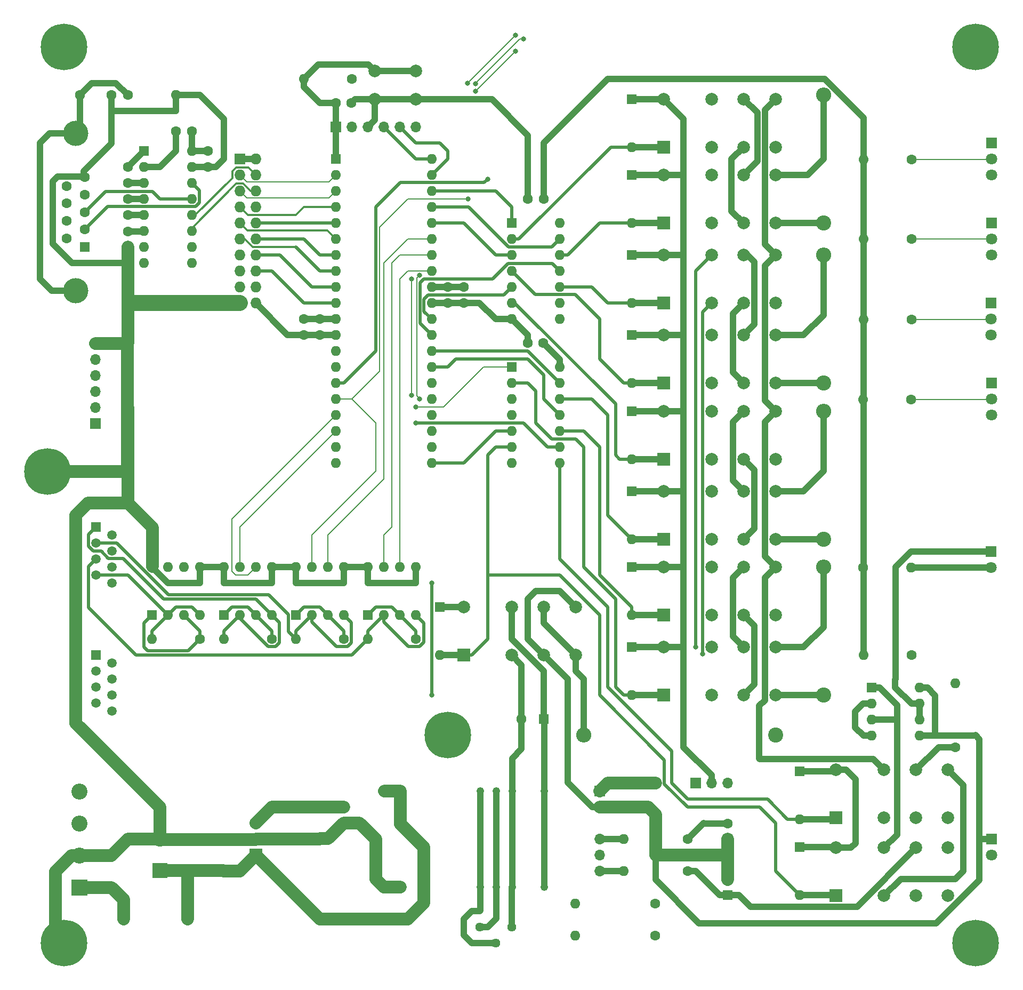
<source format=gbr>
G04 #@! TF.GenerationSoftware,KiCad,Pcbnew,(6.0.6)*
G04 #@! TF.CreationDate,2022-08-07T11:28:29-07:00*
G04 #@! TF.ProjectId,1d_coinctrl_r2,31645f63-6f69-46e6-9374-726c5f72322e,3*
G04 #@! TF.SameCoordinates,Original*
G04 #@! TF.FileFunction,Copper,L2,Bot*
G04 #@! TF.FilePolarity,Positive*
%FSLAX46Y46*%
G04 Gerber Fmt 4.6, Leading zero omitted, Abs format (unit mm)*
G04 Created by KiCad (PCBNEW (6.0.6)) date 2022-08-07 11:28:29*
%MOMM*%
%LPD*%
G01*
G04 APERTURE LIST*
G04 #@! TA.AperFunction,ComponentPad*
%ADD10C,1.600000*%
G04 #@! TD*
G04 #@! TA.AperFunction,ComponentPad*
%ADD11R,1.600000X1.600000*%
G04 #@! TD*
G04 #@! TA.AperFunction,ComponentPad*
%ADD12O,1.600000X1.600000*%
G04 #@! TD*
G04 #@! TA.AperFunction,ComponentPad*
%ADD13R,1.800000X1.800000*%
G04 #@! TD*
G04 #@! TA.AperFunction,ComponentPad*
%ADD14C,1.800000*%
G04 #@! TD*
G04 #@! TA.AperFunction,ComponentPad*
%ADD15R,1.500000X1.500000*%
G04 #@! TD*
G04 #@! TA.AperFunction,ComponentPad*
%ADD16C,1.500000*%
G04 #@! TD*
G04 #@! TA.AperFunction,ComponentPad*
%ADD17R,1.700000X1.700000*%
G04 #@! TD*
G04 #@! TA.AperFunction,ComponentPad*
%ADD18O,1.700000X1.700000*%
G04 #@! TD*
G04 #@! TA.AperFunction,ComponentPad*
%ADD19R,1.727200X1.727200*%
G04 #@! TD*
G04 #@! TA.AperFunction,ComponentPad*
%ADD20O,1.727200X1.727200*%
G04 #@! TD*
G04 #@! TA.AperFunction,ComponentPad*
%ADD21R,2.000000X2.000000*%
G04 #@! TD*
G04 #@! TA.AperFunction,ComponentPad*
%ADD22C,2.000000*%
G04 #@! TD*
G04 #@! TA.AperFunction,ComponentPad*
%ADD23C,1.220000*%
G04 #@! TD*
G04 #@! TA.AperFunction,ComponentPad*
%ADD24C,2.400000*%
G04 #@! TD*
G04 #@! TA.AperFunction,ComponentPad*
%ADD25O,2.400000X2.400000*%
G04 #@! TD*
G04 #@! TA.AperFunction,ComponentPad*
%ADD26C,1.440000*%
G04 #@! TD*
G04 #@! TA.AperFunction,ComponentPad*
%ADD27R,2.400000X2.400000*%
G04 #@! TD*
G04 #@! TA.AperFunction,ComponentPad*
%ADD28C,4.000000*%
G04 #@! TD*
G04 #@! TA.AperFunction,ComponentPad*
%ADD29C,7.400000*%
G04 #@! TD*
G04 #@! TA.AperFunction,ComponentPad*
%ADD30R,2.550000X2.550000*%
G04 #@! TD*
G04 #@! TA.AperFunction,ComponentPad*
%ADD31C,2.550000*%
G04 #@! TD*
G04 #@! TA.AperFunction,ViaPad*
%ADD32C,0.800000*%
G04 #@! TD*
G04 #@! TA.AperFunction,Conductor*
%ADD33C,2.000000*%
G04 #@! TD*
G04 #@! TA.AperFunction,Conductor*
%ADD34C,1.000000*%
G04 #@! TD*
G04 #@! TA.AperFunction,Conductor*
%ADD35C,2.500000*%
G04 #@! TD*
G04 #@! TA.AperFunction,Conductor*
%ADD36C,0.500000*%
G04 #@! TD*
G04 #@! TA.AperFunction,Conductor*
%ADD37C,0.200000*%
G04 #@! TD*
G04 #@! TA.AperFunction,Conductor*
%ADD38C,0.300000*%
G04 #@! TD*
G04 APERTURE END LIST*
D10*
X157514988Y-138395012D03*
X157514988Y-143395012D03*
D11*
X139734988Y-128235012D03*
D10*
X136234988Y-128235012D03*
X88934988Y-152365012D03*
X88934988Y-147365012D03*
X104174988Y-142205012D03*
X104174988Y-147205012D03*
X124494988Y-59655012D03*
X124494988Y-62155012D03*
X104174988Y-64735012D03*
X104174988Y-67235012D03*
X106714988Y-30445012D03*
X109214988Y-30445012D03*
X107984988Y-142205012D03*
X107984988Y-144705012D03*
X139734988Y-45685012D03*
X137234988Y-45685012D03*
D11*
X123224988Y-110455012D03*
D12*
X123224988Y-118075012D03*
D11*
X180374988Y-148555012D03*
D12*
X180374988Y-156175012D03*
D11*
X153704988Y-116805012D03*
D12*
X153704988Y-124425012D03*
D11*
X153704988Y-67275012D03*
D12*
X153704988Y-74895012D03*
D11*
X153704988Y-104105012D03*
D12*
X153704988Y-111725012D03*
D11*
X153704988Y-54575012D03*
D12*
X153704988Y-62195012D03*
D11*
X153704988Y-92040012D03*
D12*
X153704988Y-99660012D03*
D11*
X153704988Y-41875012D03*
D12*
X153704988Y-49495012D03*
D11*
X153704988Y-79340012D03*
D12*
X153704988Y-86960012D03*
D11*
X153704988Y-29810012D03*
D12*
X153704988Y-37430012D03*
D13*
X210854988Y-147285012D03*
D14*
X210854988Y-149825012D03*
D15*
X68614988Y-97755012D03*
D16*
X71154988Y-99025012D03*
X68614988Y-100295012D03*
X71154988Y-101565012D03*
X68614988Y-102835012D03*
X71154988Y-104105012D03*
X68614988Y-105375012D03*
X71154988Y-106645012D03*
D17*
X163864988Y-138395012D03*
D18*
X166404988Y-138395012D03*
X168944988Y-138395012D03*
D15*
X68614988Y-118075012D03*
D16*
X71154988Y-119345012D03*
X68614988Y-120615012D03*
X71154988Y-121885012D03*
X68614988Y-123155012D03*
X71154988Y-124425012D03*
X68614988Y-125695012D03*
X71154988Y-126965012D03*
D19*
X91474988Y-39335012D03*
D20*
X94014988Y-39335012D03*
X91474988Y-41875012D03*
X94014988Y-41875012D03*
X91474988Y-44415012D03*
X94014988Y-44415012D03*
X91474988Y-46955012D03*
X94014988Y-46955012D03*
X91474988Y-49495012D03*
X94014988Y-49495012D03*
X91474988Y-52035012D03*
X94014988Y-52035012D03*
X91474988Y-54575012D03*
X94014988Y-54575012D03*
X91474988Y-57115012D03*
X94014988Y-57115012D03*
X91474988Y-59655012D03*
X94014988Y-59655012D03*
X91474988Y-62195012D03*
X94014988Y-62195012D03*
D21*
X186189989Y-156290013D03*
D22*
X193809989Y-156290013D03*
X198889989Y-156290013D03*
X203969989Y-156290013D03*
X203969989Y-148670013D03*
X198889989Y-148670013D03*
X193809989Y-148670013D03*
X186189989Y-148670013D03*
D21*
X186189989Y-143910013D03*
D22*
X193809989Y-143910013D03*
X198889989Y-143910013D03*
X203969989Y-143910013D03*
X203969989Y-136290013D03*
X198889989Y-136290013D03*
X193809989Y-136290013D03*
X186189989Y-136290013D03*
D21*
X158784988Y-111725012D03*
D22*
X166404988Y-111725012D03*
X171484988Y-111725012D03*
X176564988Y-111725012D03*
X176564988Y-104105012D03*
X171484988Y-104105012D03*
X166404988Y-104105012D03*
X158784988Y-104105012D03*
D21*
X158784988Y-99660012D03*
D22*
X166404988Y-99660012D03*
X171484988Y-99660012D03*
X176564988Y-99660012D03*
X176564988Y-92040012D03*
X171484988Y-92040012D03*
X166404988Y-92040012D03*
X158784988Y-92040012D03*
D21*
X158784988Y-86960012D03*
D22*
X166404988Y-86960012D03*
X171484988Y-86960012D03*
X176564988Y-86960012D03*
X176564988Y-79340012D03*
X171484988Y-79340012D03*
X166404988Y-79340012D03*
X158784988Y-79340012D03*
D21*
X158784988Y-74895012D03*
D22*
X166404988Y-74895012D03*
X171484988Y-74895012D03*
X176564988Y-74895012D03*
X176564988Y-67275012D03*
X171484988Y-67275012D03*
X166404988Y-67275012D03*
X158784988Y-67275012D03*
D21*
X158784988Y-49495012D03*
D22*
X166404988Y-49495012D03*
X171484988Y-49495012D03*
X176564988Y-49495012D03*
X176564988Y-41875012D03*
X171484988Y-41875012D03*
X166404988Y-41875012D03*
X158784988Y-41875012D03*
D21*
X158784988Y-37430012D03*
D22*
X166404988Y-37430012D03*
X171484988Y-37430012D03*
X176564988Y-37430012D03*
X176564988Y-29810012D03*
X171484988Y-29810012D03*
X166404988Y-29810012D03*
X158784988Y-29810012D03*
D21*
X127034988Y-118075012D03*
D22*
X134654988Y-118075012D03*
X139734988Y-118075012D03*
X144814988Y-118075012D03*
X144814988Y-110455012D03*
X139734988Y-110455012D03*
X134654988Y-110455012D03*
X127034988Y-110455012D03*
D23*
X114464988Y-154905012D03*
X117004988Y-154905012D03*
X129704988Y-154905012D03*
X132244988Y-154905012D03*
X134784988Y-154905012D03*
X139864988Y-154905012D03*
X139864988Y-139665012D03*
X134784988Y-139665012D03*
X132244988Y-139665012D03*
X129704988Y-139665012D03*
X117004988Y-139665012D03*
X114464988Y-139665012D03*
D24*
X176564988Y-130775012D03*
D25*
X146084988Y-130775012D03*
D10*
X109254988Y-26635012D03*
D12*
X101634988Y-26635012D03*
D24*
X184184988Y-124425012D03*
D25*
X184184988Y-104105012D03*
D24*
X184184988Y-74895012D03*
D25*
X184184988Y-54575012D03*
D24*
X184184988Y-99660012D03*
D25*
X184184988Y-79340012D03*
D24*
X184184988Y-49495012D03*
D25*
X184184988Y-29175012D03*
D26*
X134654988Y-161255012D03*
X132114988Y-163795012D03*
X129574988Y-161255012D03*
D10*
X198154988Y-118075012D03*
D12*
X190534988Y-118075012D03*
D22*
X119414988Y-25365012D03*
X112914988Y-25365012D03*
X112914988Y-29865012D03*
X119414988Y-29865012D03*
D17*
X148624988Y-139665012D03*
D18*
X148624988Y-142205012D03*
X148624988Y-147285012D03*
X148624988Y-149825012D03*
X148624988Y-152365012D03*
D21*
X94014988Y-149825012D03*
D22*
X94014988Y-147285012D03*
X94014988Y-144745012D03*
D11*
X106714988Y-39335012D03*
D12*
X106714988Y-41875012D03*
X106714988Y-44415012D03*
X106714988Y-46955012D03*
X106714988Y-49495012D03*
X106714988Y-52035012D03*
X106714988Y-54575012D03*
X106714988Y-57115012D03*
X106714988Y-59655012D03*
X106714988Y-62195012D03*
X106714988Y-64735012D03*
X106714988Y-67275012D03*
X106714988Y-69815012D03*
X106714988Y-72355012D03*
X106714988Y-74895012D03*
X106714988Y-77435012D03*
X106714988Y-79975012D03*
X106714988Y-82515012D03*
X106714988Y-85055012D03*
X106714988Y-87595012D03*
X121954988Y-87595012D03*
X121954988Y-85055012D03*
X121954988Y-82515012D03*
X121954988Y-79975012D03*
X121954988Y-77435012D03*
X121954988Y-74895012D03*
X121954988Y-72355012D03*
X121954988Y-69815012D03*
X121954988Y-67275012D03*
X121954988Y-64735012D03*
X121954988Y-62195012D03*
X121954988Y-59655012D03*
X121954988Y-57115012D03*
X121954988Y-54575012D03*
X121954988Y-52035012D03*
X121954988Y-49495012D03*
X121954988Y-46955012D03*
X121954988Y-44415012D03*
X121954988Y-41875012D03*
X121954988Y-39335012D03*
D11*
X134654988Y-72355012D03*
D12*
X134654988Y-74895012D03*
X134654988Y-77435012D03*
X134654988Y-79975012D03*
X134654988Y-82515012D03*
X134654988Y-85055012D03*
X134654988Y-87595012D03*
X142274988Y-87595012D03*
X142274988Y-85055012D03*
X142274988Y-82515012D03*
X142274988Y-79975012D03*
X142274988Y-77435012D03*
X142274988Y-74895012D03*
X142274988Y-72355012D03*
D11*
X134654988Y-49495012D03*
D12*
X134654988Y-52035012D03*
X134654988Y-54575012D03*
X134654988Y-57115012D03*
X134654988Y-59655012D03*
X134654988Y-62195012D03*
X134654988Y-64735012D03*
X142274988Y-64735012D03*
X142274988Y-62195012D03*
X142274988Y-59655012D03*
X142274988Y-57115012D03*
X142274988Y-54575012D03*
X142274988Y-52035012D03*
X142274988Y-49495012D03*
D10*
X139694988Y-68545012D03*
X137194988Y-68545012D03*
D21*
X158784988Y-124425012D03*
D22*
X166404988Y-124425012D03*
X171484988Y-124425012D03*
X176564988Y-124425012D03*
X176564988Y-116805012D03*
X171484988Y-116805012D03*
X166404988Y-116805012D03*
X158784988Y-116805012D03*
D11*
X168944988Y-156175012D03*
D10*
X168944988Y-153675012D03*
D11*
X168944988Y-147285012D03*
D10*
X168944988Y-144785012D03*
D27*
X78774988Y-152285012D03*
D24*
X78774988Y-147285012D03*
D10*
X162594988Y-147285012D03*
D12*
X152434988Y-147285012D03*
D10*
X162594988Y-152365012D03*
D12*
X152434988Y-152365012D03*
D13*
X210820000Y-101600000D03*
D14*
X210820000Y-104140000D03*
D21*
X158784988Y-62195012D03*
D22*
X166404988Y-62195012D03*
X171484988Y-62195012D03*
X176564988Y-62195012D03*
X176564988Y-54575012D03*
X171484988Y-54575012D03*
X166404988Y-54575012D03*
X158784988Y-54575012D03*
D11*
X180374988Y-136490012D03*
D12*
X180374988Y-144110012D03*
D10*
X190500000Y-104140000D03*
D12*
X198120000Y-104140000D03*
D10*
X73694988Y-40605012D03*
X73694988Y-43105012D03*
X73694988Y-45685012D03*
X73694988Y-48185012D03*
X83854988Y-34890012D03*
X81354988Y-34890012D03*
X73694988Y-50805012D03*
X73694988Y-53305012D03*
D28*
X65416988Y-60265012D03*
X65416988Y-35265012D03*
D11*
X66836988Y-53305012D03*
D10*
X66836988Y-50535012D03*
X66836988Y-47765012D03*
X66836988Y-44995012D03*
X66836988Y-42225012D03*
X63996988Y-51920012D03*
X63996988Y-49150012D03*
X63996988Y-46380012D03*
X63996988Y-43610012D03*
X73694988Y-29175012D03*
D12*
X81314988Y-29175012D03*
D11*
X76234988Y-38065012D03*
D12*
X76234988Y-40605012D03*
X76234988Y-43145012D03*
X76234988Y-45685012D03*
X76234988Y-48225012D03*
X76234988Y-50765012D03*
X76234988Y-53305012D03*
X76234988Y-55845012D03*
X83854988Y-55845012D03*
X83854988Y-53305012D03*
X83854988Y-50765012D03*
X83854988Y-48225012D03*
X83854988Y-45685012D03*
X83854988Y-43145012D03*
X83854988Y-40605012D03*
X83854988Y-38065012D03*
D17*
X106714988Y-34255012D03*
D18*
X109254988Y-34255012D03*
X111794988Y-34255012D03*
X114334988Y-34255012D03*
X116874988Y-34255012D03*
X119414988Y-34255012D03*
D10*
X66074988Y-29175012D03*
X71074988Y-29175012D03*
X205139988Y-132680012D03*
D12*
X205139988Y-122520012D03*
D10*
X86394988Y-38065012D03*
X86394988Y-40565012D03*
D29*
X208314988Y-163795012D03*
X63534988Y-21555012D03*
X208314988Y-21555012D03*
X63534988Y-163795012D03*
D10*
X101634988Y-64735012D03*
X101634988Y-67235012D03*
X127034988Y-59655012D03*
X127034988Y-62155012D03*
D29*
X124494988Y-130775012D03*
D10*
X119414988Y-115535012D03*
D12*
X111794988Y-115535012D03*
D10*
X107984988Y-115535012D03*
D12*
X100364988Y-115535012D03*
D11*
X111794988Y-111725012D03*
D12*
X114334988Y-111725012D03*
X116874988Y-111725012D03*
X119414988Y-111725012D03*
X119414988Y-104105012D03*
X116874988Y-104105012D03*
X114334988Y-104105012D03*
X111794988Y-104105012D03*
D11*
X100364988Y-111725012D03*
D12*
X102904988Y-111725012D03*
X105444988Y-111725012D03*
X107984988Y-111725012D03*
X107984988Y-104105012D03*
X105444988Y-104105012D03*
X102904988Y-104105012D03*
X100364988Y-104105012D03*
D11*
X77504988Y-111725012D03*
D12*
X80044988Y-111725012D03*
X82584988Y-111725012D03*
X85124988Y-111725012D03*
X85124988Y-104105012D03*
X82584988Y-104105012D03*
X80044988Y-104105012D03*
X77504988Y-104105012D03*
D10*
X96554988Y-115535012D03*
D12*
X88934988Y-115535012D03*
D10*
X85124988Y-115535012D03*
D12*
X77504988Y-115535012D03*
D11*
X88934988Y-111725012D03*
D12*
X91474988Y-111725012D03*
X94014988Y-111725012D03*
X96554988Y-111725012D03*
X96554988Y-104105012D03*
X94014988Y-104105012D03*
X91474988Y-104105012D03*
X88934988Y-104105012D03*
D10*
X83219988Y-159985012D03*
D12*
X73059988Y-159985012D03*
D29*
X60960000Y-88900000D03*
D13*
X210854988Y-49495012D03*
D14*
X210854988Y-52035012D03*
X210854988Y-54575012D03*
D13*
X210854988Y-36820000D03*
D14*
X210854988Y-39360000D03*
X210854988Y-41900000D03*
D10*
X198154988Y-64770000D03*
D12*
X190534988Y-64770000D03*
D10*
X198154988Y-52035012D03*
D12*
X190534988Y-52035012D03*
D10*
X157480000Y-157480000D03*
D12*
X144780000Y-157480000D03*
D13*
X210820000Y-62220000D03*
D14*
X210820000Y-64760000D03*
X210820000Y-67300000D03*
D10*
X198120000Y-77470000D03*
D12*
X190500000Y-77470000D03*
D30*
X66040000Y-154940000D03*
D31*
X66040000Y-149860000D03*
X66040000Y-144780000D03*
X66040000Y-139700000D03*
D10*
X157480000Y-162560000D03*
D12*
X144780000Y-162560000D03*
D13*
X210854988Y-74920000D03*
D14*
X210854988Y-77460000D03*
X210854988Y-80000000D03*
D10*
X198154988Y-39370000D03*
D12*
X190534988Y-39370000D03*
D17*
X68580000Y-81280000D03*
D18*
X68580000Y-78740000D03*
X68580000Y-76200000D03*
X68580000Y-73660000D03*
X68580000Y-71120000D03*
X68580000Y-68580000D03*
D11*
X191780000Y-123200000D03*
D12*
X191780000Y-125740000D03*
X191780000Y-128280000D03*
X191780000Y-130820000D03*
X199400000Y-130820000D03*
X199400000Y-128280000D03*
X199400000Y-125740000D03*
X199400000Y-123200000D03*
D32*
X121954988Y-124425012D03*
X121954988Y-106645012D03*
X163864988Y-116805012D03*
X164994987Y-117935011D03*
X119414988Y-78705012D03*
X130844988Y-42510012D03*
X119414988Y-81245012D03*
X128905000Y-28575000D03*
X135255000Y-22200500D03*
X127694488Y-45685012D03*
X120049988Y-77435012D03*
X120049988Y-57774512D03*
X118779988Y-58385012D03*
X118779988Y-76800012D03*
X136525000Y-20295500D03*
X128945105Y-27349782D03*
X135255000Y-19685000D03*
X127635000Y-27305000D03*
D33*
X120684988Y-157445012D02*
X118144988Y-159985012D01*
X120684988Y-148555012D02*
X120684988Y-157445012D01*
X117004988Y-144875012D02*
X120684988Y-148555012D01*
X114464988Y-139665012D02*
X117004988Y-139665012D01*
X118144988Y-159985012D02*
X104174988Y-159985012D01*
X88854988Y-152285012D02*
X88934988Y-152365012D01*
X88934988Y-152365012D02*
X91474988Y-152365012D01*
X78774988Y-152285012D02*
X83299988Y-152285012D01*
X83219988Y-152365012D02*
X83299988Y-152285012D01*
X83219988Y-159985012D02*
X83219988Y-152365012D01*
X117004988Y-139665012D02*
X117004988Y-144875012D01*
X83299988Y-152285012D02*
X88854988Y-152285012D01*
X104174988Y-159985012D02*
X94014988Y-149825012D01*
X149894988Y-138395012D02*
X157514988Y-138395012D01*
X148624988Y-139665012D02*
X149894988Y-138395012D01*
X91474988Y-152365012D02*
X94014988Y-149825012D01*
D34*
X71074988Y-36875012D02*
X71074988Y-31635012D01*
D33*
X78854988Y-147365012D02*
X78774988Y-147285012D01*
D34*
X137194988Y-68545012D02*
X137194988Y-67275012D01*
X119414988Y-106645012D02*
X119414988Y-104105012D01*
X111794988Y-104105012D02*
X109254988Y-104105012D01*
D33*
X168944988Y-149825012D02*
X168944988Y-147285012D01*
D34*
X85124988Y-106645012D02*
X82618884Y-106645012D01*
X100364988Y-104105012D02*
X96554988Y-104105012D01*
D33*
X157514988Y-143395012D02*
X157514988Y-149825012D01*
D34*
X88934988Y-32985012D02*
X88934988Y-39335012D01*
X143544988Y-138327093D02*
X147422907Y-142205012D01*
X131534988Y-29865012D02*
X119414988Y-29865012D01*
X139734988Y-118075012D02*
X137194988Y-115535012D01*
D33*
X93934988Y-147365012D02*
X94014988Y-147285012D01*
D34*
X208949988Y-147285012D02*
X210854988Y-147285012D01*
X104174988Y-67235012D02*
X99054988Y-67235012D01*
X137234988Y-35565012D02*
X131534988Y-29865012D01*
X143544988Y-121885012D02*
X143544988Y-138327093D01*
X66709988Y-42098012D02*
X66709988Y-41240012D01*
D33*
X71120000Y-149860000D02*
X66040000Y-149860000D01*
X73694988Y-53305012D02*
X73694988Y-68545012D01*
D34*
X88934988Y-39335012D02*
X87704988Y-40565012D01*
X66740988Y-42129012D02*
X66836988Y-42225012D01*
X64804988Y-55845012D02*
X61774987Y-52815011D01*
X202096792Y-160620012D02*
X164430012Y-160620012D01*
X99054988Y-67235012D02*
X94014988Y-62195012D01*
X208314988Y-130775012D02*
X208270000Y-130820000D01*
D33*
X67344988Y-93945012D02*
X65439988Y-95850012D01*
D34*
X208314988Y-130775012D02*
X208949988Y-131410012D01*
X106674988Y-67235012D02*
X106714988Y-67275012D01*
D33*
X78774988Y-142205012D02*
X78774988Y-147285012D01*
D34*
X71154988Y-31715012D02*
X71074988Y-31635012D01*
D33*
X78774988Y-147285012D02*
X73694988Y-147285012D01*
D34*
X96554988Y-104105012D02*
X96554988Y-106645012D01*
X137194988Y-67275012D02*
X134654988Y-64735012D01*
D33*
X62230000Y-162490024D02*
X63534988Y-163795012D01*
D34*
X85124988Y-104105012D02*
X85124988Y-106645012D01*
X87704988Y-40565012D02*
X86394988Y-40565012D01*
X208949988Y-131410012D02*
X208949988Y-153766816D01*
D33*
X73694988Y-93945012D02*
X77606608Y-97856632D01*
X105484988Y-147205012D02*
X107984988Y-144705012D01*
D35*
X74329988Y-62195012D02*
X91474988Y-62195012D01*
D33*
X114464988Y-154905012D02*
X117004988Y-154905012D01*
D34*
X109254988Y-104105012D02*
X107984988Y-104105012D01*
X73694988Y-55845012D02*
X64804988Y-55845012D01*
D33*
X73694988Y-68545012D02*
X73660000Y-68580000D01*
D34*
X100364988Y-106645012D02*
X107984988Y-106645012D01*
X66709988Y-41240012D02*
X71074988Y-36875012D01*
D33*
X73694988Y-93945012D02*
X67344988Y-93945012D01*
D34*
X201920000Y-130820000D02*
X199400000Y-130820000D01*
X109794988Y-29865012D02*
X109214988Y-30445012D01*
X111794988Y-106645012D02*
X119414988Y-106645012D01*
X138464988Y-107915012D02*
X142274988Y-107915012D01*
X208949988Y-153766816D02*
X202096792Y-160620012D01*
D33*
X94014988Y-147285012D02*
X104094988Y-147285012D01*
D34*
X61774987Y-42909211D02*
X62555186Y-42129012D01*
D33*
X73660000Y-68580000D02*
X73660000Y-88900000D01*
D34*
X81314988Y-29175012D02*
X85124988Y-29175012D01*
D33*
X73694988Y-78774988D02*
X73694988Y-93945012D01*
D34*
X111794988Y-34255012D02*
X112914988Y-33135012D01*
D33*
X113064988Y-153635012D02*
X114334988Y-154905012D01*
D34*
X112914988Y-33135012D02*
X112914988Y-29865012D01*
X61774987Y-52815011D02*
X61774987Y-42909211D01*
X81314988Y-31715012D02*
X71154988Y-31715012D01*
X85124988Y-29175012D02*
X88934988Y-32985012D01*
D33*
X110484988Y-144705012D02*
X113064988Y-147285012D01*
D34*
X88934988Y-104105012D02*
X85124988Y-104105012D01*
D33*
X114334988Y-154905012D02*
X114464988Y-154905012D01*
D34*
X104174988Y-67235012D02*
X106674988Y-67235012D01*
D33*
X104174988Y-147205012D02*
X105484988Y-147205012D01*
X65439988Y-95850012D02*
X65439988Y-128870012D01*
X64770000Y-149860000D02*
X62230000Y-152400000D01*
D34*
X137194988Y-109185012D02*
X138464988Y-107915012D01*
X82601936Y-106628064D02*
X80028040Y-106628064D01*
X83854988Y-40605012D02*
X86354988Y-40605012D01*
X96554988Y-106645012D02*
X88934988Y-106645012D01*
X137194988Y-115535012D02*
X137194988Y-109185012D01*
D33*
X104094988Y-147285012D02*
X104174988Y-147205012D01*
X156324988Y-142205012D02*
X157514988Y-143395012D01*
D34*
X157514988Y-153704988D02*
X157514988Y-149825012D01*
D33*
X65439988Y-128870012D02*
X78774988Y-142205012D01*
D34*
X111794988Y-106645012D02*
X111794988Y-104105012D01*
D33*
X113064988Y-147285012D02*
X113064988Y-153635012D01*
D34*
X208270000Y-130820000D02*
X201920000Y-130820000D01*
X137234988Y-45685012D02*
X137234988Y-35565012D01*
X164430012Y-160620012D02*
X157514988Y-153704988D01*
X107984988Y-106645012D02*
X107984988Y-104105012D01*
X142274988Y-107915012D02*
X144814988Y-110455012D01*
X112914988Y-29865012D02*
X109794988Y-29865012D01*
X139734988Y-118075012D02*
X143544988Y-121885012D01*
X81314988Y-29175012D02*
X81314988Y-31715012D01*
X129534988Y-62155012D02*
X132114988Y-64735012D01*
D33*
X88934988Y-147365012D02*
X93934988Y-147365012D01*
X66040000Y-149860000D02*
X64770000Y-149860000D01*
X73694988Y-147285012D02*
X71120000Y-149860000D01*
D34*
X100364988Y-106645012D02*
X100364988Y-104105012D01*
X132114988Y-64735012D02*
X134654988Y-64735012D01*
X80028040Y-106628064D02*
X77504988Y-104105012D01*
X201930000Y-130810000D02*
X201930000Y-124460000D01*
X147422907Y-142205012D02*
X148624988Y-142205012D01*
D33*
X62230000Y-152400000D02*
X62230000Y-162490024D01*
D34*
X66836988Y-42225012D02*
X66709988Y-42098012D01*
X62555186Y-42129012D02*
X66740988Y-42129012D01*
D33*
X77606608Y-97856632D02*
X77606608Y-104003392D01*
D34*
X112914988Y-29865012D02*
X119414988Y-29865012D01*
X201930000Y-124460000D02*
X200670000Y-123200000D01*
X88934988Y-106645012D02*
X88934988Y-104105012D01*
X201920000Y-130820000D02*
X201930000Y-130810000D01*
D33*
X107984988Y-144705012D02*
X110484988Y-144705012D01*
X168944988Y-149825012D02*
X168944988Y-153675012D01*
X73660000Y-88900000D02*
X60960000Y-88900000D01*
X157514988Y-149825012D02*
X168944988Y-149825012D01*
D34*
X82618884Y-106645012D02*
X82601936Y-106628064D01*
X86354988Y-40605012D02*
X86394988Y-40565012D01*
X200670000Y-123200000D02*
X199400000Y-123200000D01*
D33*
X73660000Y-68580000D02*
X68580000Y-68580000D01*
D34*
X121954988Y-62195012D02*
X126994988Y-62195012D01*
X71074988Y-29175012D02*
X71074988Y-31635012D01*
D33*
X148624988Y-142205012D02*
X156324988Y-142205012D01*
X88934988Y-147365012D02*
X78854988Y-147365012D01*
D34*
X129534988Y-62155012D02*
X127034988Y-62155012D01*
X139864988Y-128365012D02*
X139734988Y-128235012D01*
X134654988Y-111869225D02*
X134654988Y-110455012D01*
X139734988Y-120639010D02*
X134654988Y-115559010D01*
X139864988Y-154905012D02*
X139864988Y-139665012D01*
X134654988Y-115559010D02*
X134654988Y-111869225D01*
X139734988Y-128235012D02*
X139734988Y-120639010D01*
X139864988Y-139665012D02*
X139864988Y-128365012D01*
X134784988Y-134455012D02*
X136234988Y-133005012D01*
X134784988Y-139665012D02*
X134784988Y-134455012D01*
X134654988Y-155035012D02*
X134784988Y-154905012D01*
X136234988Y-119655012D02*
X134654988Y-118075012D01*
X134784988Y-154905012D02*
X134784988Y-139665012D01*
X136234988Y-133005012D02*
X136234988Y-128235012D01*
X134654988Y-161255012D02*
X134654988Y-155035012D01*
X136234988Y-128235012D02*
X136234988Y-119655012D01*
X142274988Y-72355012D02*
X142274988Y-71125012D01*
X190534988Y-118075012D02*
X190534988Y-32772210D01*
X83854988Y-38065012D02*
X86394988Y-38065012D01*
D33*
X94014988Y-144745012D02*
X96554988Y-142205012D01*
D34*
X94014988Y-39335012D02*
X91474988Y-39335012D01*
X124494988Y-59655012D02*
X121954988Y-59655012D01*
X104174988Y-64735012D02*
X106714988Y-64735012D01*
X139734988Y-36795012D02*
X139734988Y-45685012D01*
X124494988Y-59655012D02*
X127034988Y-59655012D01*
X101634988Y-64735012D02*
X104174988Y-64735012D01*
X149894988Y-26635012D02*
X139734988Y-36795012D01*
D33*
X96554988Y-142205012D02*
X104174988Y-142205012D01*
X104174988Y-142205012D02*
X107984988Y-142205012D01*
D34*
X184397790Y-26635012D02*
X149894988Y-26635012D01*
X142274988Y-71125012D02*
X139694988Y-68545012D01*
X83854988Y-34890012D02*
X83854988Y-38065012D01*
X190534988Y-32772210D02*
X184397790Y-26635012D01*
X111914989Y-24365013D02*
X103904987Y-24365013D01*
X119414988Y-25365012D02*
X112914988Y-25365012D01*
X101634988Y-26635012D02*
X101634988Y-27905012D01*
X112914988Y-25365012D02*
X111914989Y-24365013D01*
X106714988Y-30445012D02*
X106714988Y-39335012D01*
X101634988Y-27905012D02*
X104174988Y-30445012D01*
X104174988Y-30445012D02*
X106714988Y-30445012D01*
X103904987Y-24365013D02*
X101634988Y-26635012D01*
X59724988Y-58385012D02*
X61604988Y-60265012D01*
X65416988Y-35265012D02*
X61254988Y-35265012D01*
X71789988Y-27270012D02*
X73694988Y-29175012D01*
X59724988Y-36795012D02*
X59724988Y-58385012D01*
X61604988Y-60265012D02*
X65416988Y-60265012D01*
X66074988Y-29175012D02*
X66074988Y-34607012D01*
X66074988Y-34607012D02*
X65416988Y-35265012D01*
X66074988Y-29175012D02*
X67979988Y-27270012D01*
X61254988Y-35265012D02*
X59724988Y-36795012D01*
X67979988Y-27270012D02*
X71789988Y-27270012D01*
X78774988Y-40605012D02*
X76234988Y-40605012D01*
X81354988Y-34890012D02*
X81354988Y-38025012D01*
X81354988Y-38025012D02*
X78774988Y-40605012D01*
D36*
X88934988Y-115535012D02*
X88934988Y-114265012D01*
X88934988Y-114265012D02*
X91474988Y-111725012D01*
X97764989Y-112935013D02*
X96554988Y-111725012D01*
X91474988Y-112245814D02*
X95974187Y-116745013D01*
X97135789Y-116745013D02*
X97764989Y-116115813D01*
X97764989Y-116115813D02*
X97764989Y-112935013D01*
X95974187Y-116745013D02*
X97135789Y-116745013D01*
X91474988Y-111725012D02*
X91474988Y-112245814D01*
X69438186Y-101565012D02*
X70598187Y-102725013D01*
X67404999Y-100801825D02*
X68168186Y-101565012D01*
X67404999Y-98965001D02*
X67404999Y-100801825D01*
X94014988Y-109185012D02*
X96554988Y-111725012D01*
X79378188Y-109185012D02*
X94014988Y-109185012D01*
X72918189Y-102725013D02*
X79378188Y-109185012D01*
X68614988Y-97755012D02*
X67404999Y-98965001D01*
X68168186Y-101565012D02*
X69438186Y-101565012D01*
X70598187Y-102725013D02*
X72918189Y-102725013D01*
X100364988Y-114265012D02*
X102904988Y-111725012D01*
X99154987Y-111600813D02*
X99154987Y-114325011D01*
X109194989Y-116115813D02*
X109194989Y-112935013D01*
X80134175Y-108525001D02*
X96079175Y-108525001D01*
X109194989Y-112935013D02*
X107984988Y-111725012D01*
X102904988Y-112856382D02*
X106793619Y-116745013D01*
X99154987Y-114325011D02*
X100364988Y-115535012D01*
X68614988Y-100295012D02*
X71904186Y-100295012D01*
X106793619Y-116745013D02*
X108565789Y-116745013D01*
X100364988Y-115535012D02*
X100364988Y-114265012D01*
X71904186Y-100295012D02*
X80134175Y-108525001D01*
X102904988Y-111725012D02*
X102904988Y-112856382D01*
X96079175Y-108525001D02*
X99154987Y-111600813D01*
X108565789Y-116745013D02*
X109194989Y-116115813D01*
X74964988Y-118075012D02*
X109254988Y-118075012D01*
X111794988Y-115535012D02*
X111794988Y-114265012D01*
X120684988Y-112995012D02*
X120684988Y-116055814D01*
X119414988Y-111725012D02*
X120684988Y-112995012D01*
X67404999Y-110515023D02*
X74964988Y-118075012D01*
X111794988Y-114265012D02*
X114334988Y-111725012D01*
X114334988Y-112856382D02*
X114334988Y-111725012D01*
X119995789Y-116745013D02*
X118223619Y-116745013D01*
X120684988Y-116055814D02*
X119995789Y-116745013D01*
X67404999Y-104045001D02*
X67404999Y-110515023D01*
X109254988Y-118075012D02*
X111794988Y-115535012D01*
X118223619Y-116745013D02*
X114334988Y-112856382D01*
X68614988Y-102835012D02*
X67404999Y-104045001D01*
X77504988Y-115535012D02*
X77504988Y-114265012D01*
X77504988Y-114265012D02*
X80044988Y-111725012D01*
X83854988Y-110455012D02*
X85124988Y-111725012D01*
X80044988Y-111725012D02*
X81314988Y-110455012D01*
X81314988Y-110455012D02*
X83854988Y-110455012D01*
X73694988Y-105375012D02*
X80044988Y-111725012D01*
X68614988Y-105375012D02*
X73694988Y-105375012D01*
X121954988Y-106645012D02*
X121954988Y-124425012D01*
X163864988Y-57115012D02*
X166404988Y-54575012D01*
X163864988Y-116805012D02*
X163864988Y-57115012D01*
X165134988Y-63465012D02*
X164994987Y-63605013D01*
X166404988Y-62195012D02*
X165134988Y-63465012D01*
X164994987Y-63605013D02*
X164994987Y-117935011D01*
D37*
X92598589Y-42998613D02*
X105591387Y-42998613D01*
X105591387Y-42998613D02*
X106714988Y-41875012D01*
X91474988Y-41875012D02*
X92598589Y-42998613D01*
D38*
X92038317Y-43241411D02*
X90911659Y-43241411D01*
X90911659Y-43241411D02*
X83854988Y-50298082D01*
X83854988Y-50298082D02*
X83854988Y-50765012D01*
X93211918Y-44415012D02*
X92038317Y-43241411D01*
X94014988Y-44415012D02*
X93211918Y-44415012D01*
D37*
X92598589Y-45538613D02*
X105591387Y-45538613D01*
X91474988Y-44415012D02*
X92598589Y-45538613D01*
X105591387Y-45538613D02*
X106714988Y-44415012D01*
D38*
X84420673Y-48225012D02*
X90301387Y-42344298D01*
X90911659Y-40701411D02*
X92841387Y-40701411D01*
X90301387Y-41311683D02*
X90911659Y-40701411D01*
X92841387Y-40701411D02*
X94014988Y-41875012D01*
X83854988Y-48225012D02*
X84420673Y-48225012D01*
X90301387Y-42344298D02*
X90301387Y-41311683D01*
X101634988Y-46955012D02*
X100364988Y-48225012D01*
X92744988Y-48225012D02*
X91474988Y-46955012D01*
X106714988Y-46955012D02*
X101634988Y-46955012D01*
X100364988Y-48225012D02*
X92744988Y-48225012D01*
X92648589Y-50668613D02*
X105348589Y-50668613D01*
X105348589Y-50668613D02*
X106714988Y-52035012D01*
X91474988Y-49495012D02*
X92648589Y-50668613D01*
D36*
X104174988Y-54575012D02*
X101634988Y-52035012D01*
X101634988Y-52035012D02*
X94014988Y-52035012D01*
X106714988Y-54575012D02*
X104174988Y-54575012D01*
X123224988Y-36795012D02*
X119414988Y-36795012D01*
X124494988Y-38065012D02*
X123224988Y-36795012D01*
X119414988Y-36795012D02*
X116874988Y-34255012D01*
X124494988Y-39335012D02*
X124494988Y-38065012D01*
X121954988Y-41875012D02*
X124494988Y-39335012D01*
X121954988Y-39335012D02*
X119414988Y-39335012D01*
X119414988Y-39335012D02*
X114334988Y-34255012D01*
D34*
X76194988Y-50805012D02*
X76234988Y-50765012D01*
X73694988Y-50805012D02*
X76194988Y-50805012D01*
X76234988Y-45685012D02*
X73694988Y-45685012D01*
X73694988Y-48185012D02*
X76194988Y-48185012D01*
X76194988Y-48185012D02*
X76234988Y-48225012D01*
X76234988Y-38065012D02*
X73694988Y-40605012D01*
X76194988Y-43105012D02*
X76234988Y-43145012D01*
X73694988Y-43105012D02*
X76194988Y-43105012D01*
D37*
X210854988Y-52035012D02*
X198154988Y-52035012D01*
X198120000Y-77470000D02*
X210844988Y-77470000D01*
X210844988Y-77470000D02*
X210854988Y-77460000D01*
D34*
X210820000Y-104140000D02*
X198120000Y-104140000D01*
D36*
X66836988Y-50535012D02*
X70476987Y-46895013D01*
X70476987Y-46895013D02*
X84435789Y-46895013D01*
X84435789Y-46895013D02*
X85064989Y-46265813D01*
X85064989Y-44355013D02*
X83854988Y-43145012D01*
X85064989Y-46265813D02*
X85064989Y-44355013D01*
X78774988Y-45685012D02*
X77564987Y-44475011D01*
X83854988Y-45685012D02*
X78774988Y-45685012D01*
X70126989Y-44475011D02*
X66836988Y-47765012D01*
X77564987Y-44475011D02*
X70126989Y-44475011D01*
D34*
X176564988Y-124425012D02*
X184184988Y-124425012D01*
D36*
X119414988Y-114265012D02*
X116874988Y-111725012D01*
X113064988Y-110455012D02*
X115604988Y-110455012D01*
X115604988Y-110455012D02*
X116874988Y-111725012D01*
X119414988Y-115535012D02*
X119414988Y-114265012D01*
X111794988Y-111725012D02*
X113064988Y-110455012D01*
D34*
X176564988Y-116805012D02*
X181009988Y-116805012D01*
X181009988Y-116805012D02*
X184184988Y-113630012D01*
X184184988Y-113630012D02*
X184184988Y-104105012D01*
X202499990Y-132680012D02*
X205139988Y-132680012D01*
X198889989Y-136290013D02*
X202499990Y-132680012D01*
D37*
X119414988Y-78705012D02*
X123859988Y-78705012D01*
X123859988Y-78705012D02*
X130209988Y-72355012D01*
X130209988Y-72355012D02*
X134654988Y-72355012D01*
D36*
X134654988Y-82515012D02*
X132114988Y-82515012D01*
X127034988Y-87595012D02*
X121954988Y-87595012D01*
X132114988Y-82515012D02*
X127034988Y-87595012D01*
X121954988Y-69815012D02*
X137194988Y-69815012D01*
X137194988Y-69815012D02*
X142274988Y-74895012D01*
D34*
X161959988Y-116805012D02*
X161959988Y-132680012D01*
X153704988Y-54575012D02*
X158784988Y-54575012D01*
X153704988Y-29810012D02*
X158784988Y-29810012D01*
X158784988Y-116805012D02*
X161959988Y-116805012D01*
X161959988Y-32985012D02*
X161959988Y-41875012D01*
X161959988Y-41875012D02*
X161959988Y-54575012D01*
X158784988Y-29810012D02*
X161959988Y-32985012D01*
X158784988Y-79340012D02*
X153704988Y-79340012D01*
X161959988Y-54575012D02*
X161959988Y-67275012D01*
X161959988Y-116805012D02*
X161959988Y-104105012D01*
X153704988Y-41875012D02*
X158784988Y-41875012D01*
X158784988Y-104105012D02*
X153704988Y-104105012D01*
X158784988Y-54575012D02*
X161959988Y-54575012D01*
X189264988Y-137760012D02*
X187794989Y-136290013D01*
X187794989Y-136290013D02*
X186189989Y-136290013D01*
X186189989Y-148670013D02*
X188514987Y-148670013D01*
X161959988Y-92040012D02*
X161959988Y-104105012D01*
X188514987Y-148670013D02*
X189264988Y-147920012D01*
X180374988Y-148555012D02*
X186074988Y-148555012D01*
X166404988Y-138395012D02*
X166404988Y-137125012D01*
X189264988Y-147920012D02*
X189264988Y-137760012D01*
X158784988Y-116805012D02*
X153704988Y-116805012D01*
X161959988Y-79340012D02*
X161959988Y-92040012D01*
X180374988Y-136490012D02*
X185989990Y-136490012D01*
X158784988Y-92040012D02*
X161959988Y-92040012D01*
X158784988Y-104105012D02*
X161959988Y-104105012D01*
X127034988Y-110455012D02*
X123224988Y-110455012D01*
X161959988Y-67275012D02*
X161959988Y-79340012D01*
X186074988Y-148555012D02*
X186189989Y-148670013D01*
X158784988Y-92040012D02*
X153704988Y-92040012D01*
X158784988Y-67275012D02*
X153704988Y-67275012D01*
X158784988Y-67275012D02*
X161959988Y-67275012D01*
X158784988Y-79340012D02*
X161959988Y-79340012D01*
X166404988Y-137125012D02*
X161959988Y-132680012D01*
X185989990Y-136490012D02*
X186189989Y-136290013D01*
X158784988Y-41875012D02*
X161959988Y-41875012D01*
X171484988Y-37430012D02*
X169579988Y-39335012D01*
X169579988Y-47590012D02*
X171484988Y-49495012D01*
X169579988Y-47590012D02*
X169579988Y-39335012D01*
X171484988Y-29810012D02*
X173664976Y-31990000D01*
X173664976Y-31990000D02*
X173664976Y-39695024D01*
X173664976Y-39695024D02*
X172484987Y-40875013D01*
X172484987Y-40875013D02*
X171484988Y-41875012D01*
X176564988Y-49495012D02*
X184184988Y-49495012D01*
X176564988Y-41875012D02*
X181644988Y-41875012D01*
X181644988Y-41875012D02*
X184184988Y-39335012D01*
X184184988Y-39335012D02*
X184184988Y-29175012D01*
D36*
X85124988Y-114265012D02*
X82584988Y-111725012D01*
X85124988Y-115535012D02*
X85124988Y-114265012D01*
X77504988Y-111725012D02*
X76234988Y-112995012D01*
X83244999Y-117415001D02*
X85124988Y-115535012D01*
X76844977Y-117415001D02*
X83244999Y-117415001D01*
X76234988Y-116805012D02*
X76844977Y-117415001D01*
X76234988Y-112995012D02*
X76234988Y-116805012D01*
D34*
X169784987Y-73195011D02*
X170484989Y-73895013D01*
X171484988Y-62195012D02*
X169784987Y-63895013D01*
X170484989Y-73895013D02*
X171484988Y-74895012D01*
X169784987Y-63895013D02*
X169784987Y-73195011D01*
X172119988Y-54575012D02*
X173184989Y-55640013D01*
X173184989Y-65575011D02*
X172484987Y-66275013D01*
X172484987Y-66275013D02*
X171484988Y-67275012D01*
X173184989Y-55640013D02*
X173184989Y-65575011D01*
X171484988Y-54575012D02*
X172119988Y-54575012D01*
X176564988Y-74895012D02*
X184184988Y-74895012D01*
X167674988Y-156175012D02*
X168944988Y-156175012D01*
X170744988Y-156175012D02*
X172559990Y-157990014D01*
X168944988Y-156175012D02*
X170744988Y-156175012D01*
X189569988Y-157990014D02*
X198889989Y-148670013D01*
X162594988Y-152365012D02*
X163864988Y-152365012D01*
X172559990Y-157990014D02*
X189569988Y-157990014D01*
X163864988Y-152365012D02*
X167674988Y-156175012D01*
X165134988Y-144745012D02*
X165174988Y-144785012D01*
X165174988Y-144785012D02*
X168944988Y-144785012D01*
X162594988Y-147285012D02*
X165134988Y-144745012D01*
D36*
X148624988Y-111725012D02*
X142274988Y-105375012D01*
X158924999Y-134725023D02*
X148624988Y-124425012D01*
X162594988Y-142205012D02*
X158924999Y-138535023D01*
X148624988Y-124425012D02*
X148624988Y-111725012D01*
D34*
X180374988Y-156175012D02*
X186074988Y-156175012D01*
D36*
X134654988Y-85055012D02*
X132114988Y-85055012D01*
X130844988Y-86325012D02*
X130844988Y-105375012D01*
X128304988Y-118075012D02*
X127034988Y-118075012D01*
X130844988Y-115535012D02*
X128304988Y-118075012D01*
X130844988Y-105375012D02*
X130844988Y-115535012D01*
D34*
X186074988Y-156175012D02*
X186189989Y-156290013D01*
D36*
X176564988Y-152365012D02*
X176564988Y-144745012D01*
X158924999Y-138535023D02*
X158924999Y-134725023D01*
X174024988Y-142205012D02*
X162594988Y-142205012D01*
X180374988Y-156175012D02*
X176564988Y-152365012D01*
X132114988Y-85055012D02*
X130844988Y-86325012D01*
X130844988Y-105375012D02*
X142274988Y-105375012D01*
D34*
X127034988Y-118075012D02*
X123224988Y-118075012D01*
D36*
X176564988Y-144745012D02*
X174024988Y-142205012D01*
D34*
X195614988Y-104105012D02*
X198120000Y-101600000D01*
D36*
X116934987Y-43085013D02*
X130269987Y-43085013D01*
X113064988Y-46955012D02*
X116934987Y-43085013D01*
X113064988Y-69815012D02*
X113064988Y-46955012D01*
X130269987Y-43085013D02*
X130844988Y-42510012D01*
D34*
X195614988Y-121885012D02*
X195614988Y-104105012D01*
X199400000Y-125740000D02*
X198130000Y-125740000D01*
D36*
X106714988Y-74895012D02*
X107984988Y-74895012D01*
D34*
X195580000Y-121920000D02*
X195614988Y-121885012D01*
X198130000Y-125740000D02*
X195580000Y-123190000D01*
X195580000Y-123190000D02*
X195580000Y-121920000D01*
X199400000Y-125740000D02*
X199400000Y-128280000D01*
D36*
X107984988Y-74895012D02*
X113064988Y-69815012D01*
D34*
X198120000Y-101600000D02*
X210820000Y-101600000D01*
D36*
X162594988Y-140935012D02*
X175294988Y-140935012D01*
X149894988Y-123155012D02*
X160054988Y-133315012D01*
X160054988Y-133315012D02*
X160054988Y-138395012D01*
X160054988Y-138395012D02*
X162594988Y-140935012D01*
X149894988Y-110455012D02*
X149894988Y-123155012D01*
X142274988Y-102835012D02*
X149894988Y-110455012D01*
D34*
X180374988Y-144110012D02*
X185989990Y-144110012D01*
X185989990Y-144110012D02*
X186189989Y-143910013D01*
D36*
X142274988Y-87595012D02*
X142274988Y-102835012D01*
X175294988Y-140935012D02*
X178469988Y-144110012D01*
X178469988Y-144110012D02*
X180374988Y-144110012D01*
X141004988Y-83785012D02*
X138464988Y-81245012D01*
X151164988Y-123155012D02*
X151164988Y-109185012D01*
X151164988Y-109185012D02*
X146084988Y-104105012D01*
X138464988Y-76165012D02*
X137194988Y-74895012D01*
X146084988Y-85055012D02*
X144814988Y-83785012D01*
X144814988Y-83785012D02*
X141004988Y-83785012D01*
X137194988Y-74895012D02*
X134654988Y-74895012D01*
X152434988Y-124425012D02*
X151164988Y-123155012D01*
D34*
X158784988Y-124425012D02*
X153704988Y-124425012D01*
D36*
X138464988Y-81245012D02*
X138464988Y-76165012D01*
X146084988Y-104105012D02*
X146084988Y-85055012D01*
X153704988Y-124425012D02*
X152434988Y-124425012D01*
X148624988Y-71085012D02*
X148624988Y-64735012D01*
X152434988Y-74895012D02*
X148624988Y-71085012D01*
X144754989Y-60865013D02*
X138404989Y-60865013D01*
X153704988Y-74895012D02*
X152434988Y-74895012D01*
X138404989Y-60865013D02*
X134654988Y-57115012D01*
D34*
X158784988Y-74895012D02*
X153704988Y-74895012D01*
D36*
X148624988Y-64735012D02*
X144754989Y-60865013D01*
X146084988Y-82515012D02*
X142274988Y-82515012D01*
X153704988Y-111725012D02*
X153704988Y-110455012D01*
X153704988Y-110455012D02*
X148624988Y-105375012D01*
X148624988Y-105375012D02*
X148624988Y-85055012D01*
X148624988Y-85055012D02*
X146084988Y-82515012D01*
D34*
X158784988Y-111725012D02*
X153704988Y-111725012D01*
D36*
X149894988Y-62195012D02*
X153704988Y-62195012D01*
X142274988Y-59655012D02*
X147354988Y-59655012D01*
X147354988Y-59655012D02*
X149894988Y-62195012D01*
D34*
X158784988Y-62195012D02*
X153704988Y-62195012D01*
D36*
X149894988Y-79975012D02*
X149894988Y-95850012D01*
X142274988Y-77435012D02*
X147354988Y-77435012D01*
X149894988Y-95850012D02*
X153704988Y-99660012D01*
D34*
X158784988Y-99660012D02*
X153704988Y-99660012D01*
D36*
X147354988Y-77435012D02*
X149894988Y-79975012D01*
X143544988Y-54575012D02*
X148624988Y-49495012D01*
X148624988Y-49495012D02*
X153704988Y-49495012D01*
D34*
X158784988Y-49495012D02*
X153704988Y-49495012D01*
D36*
X142274988Y-54575012D02*
X143544988Y-54575012D01*
X151164988Y-86325012D02*
X151164988Y-78224210D01*
D34*
X158784988Y-86960012D02*
X153704988Y-86960012D01*
D36*
X151164988Y-78224210D02*
X135135790Y-62195012D01*
X153704988Y-86960012D02*
X151799988Y-86960012D01*
X135135790Y-62195012D02*
X134654988Y-62195012D01*
X151799988Y-86960012D02*
X151164988Y-86325012D01*
X135786358Y-52035012D02*
X150391358Y-37430012D01*
X134654988Y-52035012D02*
X135786358Y-52035012D01*
D34*
X153704988Y-37430012D02*
X158784988Y-37430012D01*
D36*
X150391358Y-37430012D02*
X153704988Y-37430012D01*
D34*
X196464990Y-153635012D02*
X205139988Y-153635012D01*
X206409988Y-152365012D02*
X206409988Y-138730012D01*
X193809989Y-156290013D02*
X196464990Y-153635012D01*
X206409988Y-138730012D02*
X203969989Y-136290013D01*
X205139988Y-153635012D02*
X206409988Y-152365012D01*
X175564989Y-103105013D02*
X176564988Y-104105012D01*
X173954998Y-134515022D02*
X173954998Y-126151002D01*
X174029988Y-134590012D02*
X173954998Y-134515022D01*
X174864987Y-105805013D02*
X176564988Y-104105012D01*
X174864987Y-56275013D02*
X174864987Y-77640011D01*
X174864987Y-102405011D02*
X175564989Y-103105013D01*
X192109988Y-134590012D02*
X174029988Y-134590012D01*
X176564988Y-79340012D02*
X174864987Y-81040013D01*
X175564989Y-53575013D02*
X176564988Y-54575012D01*
X174864987Y-77640011D02*
X175564989Y-78340013D01*
X193809989Y-136290013D02*
X192109988Y-134590012D01*
X176564988Y-29810012D02*
X174864987Y-31510013D01*
X176564988Y-54575012D02*
X174864987Y-56275013D01*
X174864987Y-125241013D02*
X174864987Y-105805013D01*
X173954998Y-126151002D02*
X174864987Y-125241013D01*
X174864987Y-31510013D02*
X174864987Y-52875011D01*
X175564989Y-78340013D02*
X176564988Y-79340012D01*
X174864987Y-52875011D02*
X176564988Y-54575012D01*
X174864987Y-81040013D02*
X174864987Y-102405011D01*
D36*
X106714988Y-49495012D02*
X94014988Y-49495012D01*
X137194988Y-71085012D02*
X139734988Y-73625012D01*
X121954988Y-72355012D02*
X124494988Y-72355012D01*
X125764988Y-71085012D02*
X137194988Y-71085012D01*
X139734988Y-77435012D02*
X142274988Y-79975012D01*
X139734988Y-73625012D02*
X139734988Y-77435012D01*
X124494988Y-72355012D02*
X125764988Y-71085012D01*
X134654988Y-46955012D02*
X134654988Y-49495012D01*
X121954988Y-44415012D02*
X132114988Y-44415012D01*
X132114988Y-44415012D02*
X134654988Y-46955012D01*
X121414187Y-60945011D02*
X133364989Y-60945011D01*
X120735010Y-63515034D02*
X120735010Y-61624188D01*
X133364989Y-60945011D02*
X134654988Y-59655012D01*
X120735010Y-61624188D02*
X121414187Y-60945011D01*
X121954988Y-64735012D02*
X120735010Y-63515034D01*
X101634988Y-62195012D02*
X96554988Y-57115012D01*
X96554988Y-57115012D02*
X94014988Y-57115012D01*
X106714988Y-62195012D02*
X101634988Y-62195012D01*
X106714988Y-59655012D02*
X102904988Y-59655012D01*
X102904988Y-59655012D02*
X97824988Y-54575012D01*
X97824988Y-54575012D02*
X94014988Y-54575012D01*
D38*
X100364988Y-53305012D02*
X93548058Y-53305012D01*
D36*
X104174988Y-57115012D02*
X100364988Y-53305012D01*
D38*
X92278058Y-52035012D02*
X91474988Y-52035012D01*
D36*
X106714988Y-57115012D02*
X104174988Y-57115012D01*
D38*
X93548058Y-53305012D02*
X92278058Y-52035012D01*
D36*
X119414988Y-81245012D02*
X136559988Y-81245012D01*
X136559988Y-81245012D02*
X140369988Y-85055012D01*
X140369988Y-85055012D02*
X142274988Y-85055012D01*
X134074187Y-55905011D02*
X131594186Y-58385012D01*
X141064987Y-55905011D02*
X134074187Y-55905011D01*
X131594186Y-58385012D02*
X120684988Y-58385012D01*
X142274988Y-57115012D02*
X141064987Y-55905011D01*
X120074999Y-65395023D02*
X121954988Y-67275012D01*
X120074999Y-58995001D02*
X120074999Y-65395023D01*
X120684988Y-58385012D02*
X120074999Y-58995001D01*
D37*
X114334988Y-90135012D02*
X105444988Y-99025012D01*
X114334988Y-55845012D02*
X114334988Y-90135012D01*
X118144988Y-52035012D02*
X114334988Y-55845012D01*
X105444988Y-99025012D02*
X105444988Y-104105012D01*
X121954988Y-52035012D02*
X118144988Y-52035012D01*
X121954988Y-54575012D02*
X116874988Y-54575012D01*
X114334988Y-99025012D02*
X114334988Y-104105012D01*
X115604988Y-55845012D02*
X115604988Y-97755012D01*
X116874988Y-54575012D02*
X115604988Y-55845012D01*
X115604988Y-97755012D02*
X114334988Y-99025012D01*
X116874988Y-58385012D02*
X116874988Y-104105012D01*
X121954988Y-57115012D02*
X118144988Y-57115012D01*
X118144988Y-57115012D02*
X116874988Y-58385012D01*
D36*
X127784186Y-46955012D02*
X121954988Y-46955012D01*
X142274988Y-52035012D02*
X141004988Y-53305012D01*
X141004988Y-53305012D02*
X134134186Y-53305012D01*
X134134186Y-53305012D02*
X127784186Y-46955012D01*
X132114988Y-54575012D02*
X127034988Y-49495012D01*
X134654988Y-54575012D02*
X132114988Y-54575012D01*
X127034988Y-49495012D02*
X121954988Y-49495012D01*
D34*
X181009988Y-67275012D02*
X184184988Y-64100012D01*
X184184988Y-64100012D02*
X184184988Y-54575012D01*
X176564988Y-67275012D02*
X181009988Y-67275012D01*
D36*
X96554988Y-114265012D02*
X94014988Y-111725012D01*
X96554988Y-115535012D02*
X96554988Y-114265012D01*
X88934988Y-111725012D02*
X90204988Y-110455012D01*
X92744988Y-110455012D02*
X94014988Y-111725012D01*
X90204988Y-110455012D02*
X92744988Y-110455012D01*
D34*
X172484987Y-98660013D02*
X171484988Y-99660012D01*
X173184989Y-97960011D02*
X172484987Y-98660013D01*
X173184989Y-88660013D02*
X173184989Y-97960011D01*
X171484988Y-86960012D02*
X173184989Y-88660013D01*
X170484989Y-91040013D02*
X171484988Y-92040012D01*
X169784987Y-90340011D02*
X170484989Y-91040013D01*
X169784987Y-81040013D02*
X169784987Y-90340011D01*
X171484988Y-79340012D02*
X169784987Y-81040013D01*
X176564988Y-99660012D02*
X184184988Y-99660012D01*
X181009988Y-92040012D02*
X184184988Y-88865012D01*
X176564988Y-92040012D02*
X181009988Y-92040012D01*
X184184988Y-88865012D02*
X184184988Y-79340012D01*
D36*
X107984988Y-114265012D02*
X105444988Y-111725012D01*
X107984988Y-115535012D02*
X107984988Y-114265012D01*
X104174988Y-110455012D02*
X105444988Y-111725012D01*
X100364988Y-111725012D02*
X101634988Y-110455012D01*
X101634988Y-110455012D02*
X104174988Y-110455012D01*
D34*
X172484987Y-123425013D02*
X171484988Y-124425012D01*
X173184989Y-113425013D02*
X173184989Y-122725011D01*
X171484988Y-111725012D02*
X173184989Y-113425013D01*
X173184989Y-122725011D02*
X172484987Y-123425013D01*
X170484989Y-115805013D02*
X171484988Y-116805012D01*
X169784987Y-115105011D02*
X170484989Y-115805013D01*
X169784987Y-105805013D02*
X169784987Y-115105011D01*
X171484988Y-104105012D02*
X169784987Y-105805013D01*
X144814988Y-118075012D02*
X144814988Y-120615012D01*
X139734988Y-110455012D02*
X139734988Y-112995012D01*
X139734988Y-112995012D02*
X144814988Y-118075012D01*
X144814988Y-120615012D02*
X146084988Y-121885012D01*
X146084988Y-121885012D02*
X146084988Y-130775012D01*
X193809989Y-148670013D02*
X195844989Y-146635013D01*
X195844989Y-125994989D02*
X193050000Y-123200000D01*
X195844989Y-146635013D02*
X195844989Y-128005011D01*
X191780000Y-128280000D02*
X195570000Y-128280000D01*
X193050000Y-123200000D02*
X191780000Y-123200000D01*
X195570000Y-128280000D02*
X195844989Y-128005011D01*
X195844989Y-128005011D02*
X195844989Y-125994989D01*
X148624988Y-147285012D02*
X152434988Y-147285012D01*
X148624988Y-152365012D02*
X152434988Y-152365012D01*
X127034988Y-162525012D02*
X127034988Y-159985012D01*
X129574988Y-158715012D02*
X129704988Y-158585012D01*
X128304988Y-163795012D02*
X127034988Y-162525012D01*
X129704988Y-158585012D02*
X129704988Y-154905012D01*
X129704988Y-154905012D02*
X129704988Y-139665012D01*
X127034988Y-159985012D02*
X128304988Y-158715012D01*
X128304988Y-158715012D02*
X129574988Y-158715012D01*
X132114988Y-163795012D02*
X128304988Y-163795012D01*
X130844988Y-161255012D02*
X132244988Y-159855012D01*
X132244988Y-139665012D02*
X132244988Y-154905012D01*
X129574988Y-161255012D02*
X130844988Y-161255012D01*
X132244988Y-159855012D02*
X132244988Y-154905012D01*
X190490000Y-125740000D02*
X189230000Y-127000000D01*
X189230000Y-129540000D02*
X190510000Y-130820000D01*
X189230000Y-127000000D02*
X189230000Y-129540000D01*
X191780000Y-125740000D02*
X190490000Y-125740000D01*
X190510000Y-130820000D02*
X191780000Y-130820000D01*
D37*
X113064988Y-81245012D02*
X113064988Y-88865012D01*
X109254988Y-77435012D02*
X113064988Y-81245012D01*
X135255000Y-22200500D02*
X135255000Y-22225000D01*
X127694488Y-45685012D02*
X118144988Y-45685012D01*
X135255000Y-22225000D02*
X128905000Y-28575000D01*
X113064988Y-88865012D02*
X102904988Y-99025012D01*
X106714988Y-77435012D02*
X109254988Y-77435012D01*
X113699988Y-72990012D02*
X109254988Y-77435012D01*
X102904988Y-99025012D02*
X102904988Y-104105012D01*
X118144988Y-45685012D02*
X113699988Y-50130012D01*
X113699988Y-50130012D02*
X113699988Y-72990012D01*
X120049988Y-57750012D02*
X120049988Y-57774512D01*
X119564999Y-58235001D02*
X120049988Y-57750012D01*
X120049988Y-77435012D02*
X119564999Y-76950023D01*
X90204988Y-104740012D02*
X90204988Y-96485012D01*
X90204988Y-96485012D02*
X106714988Y-79975012D01*
X94014988Y-104105012D02*
X92744988Y-105375012D01*
X90839988Y-105375012D02*
X90204988Y-104740012D01*
X119564999Y-76950023D02*
X119564999Y-58235001D01*
X92744988Y-105375012D02*
X90839988Y-105375012D01*
X118779988Y-76800012D02*
X118779988Y-58385012D01*
X106714988Y-82515012D02*
X91474988Y-97755012D01*
X91474988Y-97755012D02*
X91474988Y-104105012D01*
X128945105Y-27264895D02*
X128945105Y-27349782D01*
X135914500Y-20295500D02*
X128945105Y-27264895D01*
X136525000Y-20295500D02*
X135914500Y-20295500D01*
X135255000Y-19685000D02*
X127635000Y-27305000D01*
X198154988Y-39370000D02*
X210844988Y-39370000D01*
X210844988Y-39370000D02*
X210854988Y-39360000D01*
X198154988Y-64770000D02*
X210810000Y-64770000D01*
X210810000Y-64770000D02*
X210820000Y-64760000D01*
D33*
X73059988Y-156879988D02*
X71120000Y-154940000D01*
X73059988Y-159985012D02*
X73059988Y-156879988D01*
X71120000Y-154940000D02*
X66040000Y-154940000D01*
M02*

</source>
